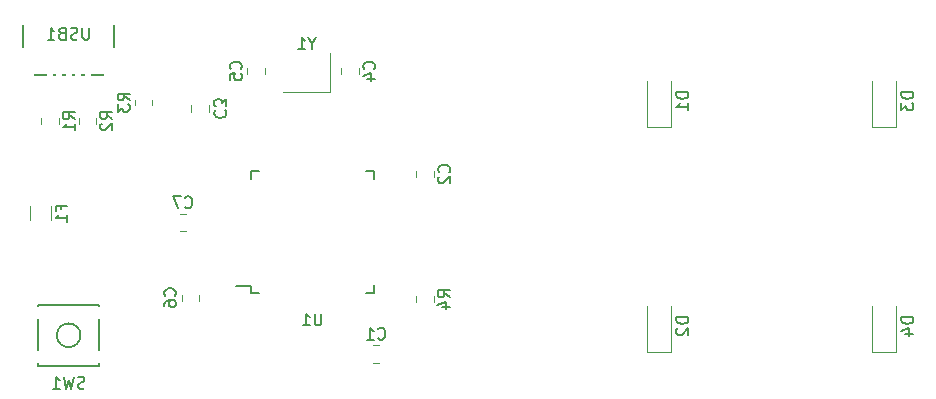
<source format=gbo>
%TF.GenerationSoftware,KiCad,Pcbnew,(5.1.10)-1*%
%TF.CreationDate,2021-09-07T16:31:46+07:00*%
%TF.ProjectId,trialkb,74726961-6c6b-4622-9e6b-696361645f70,rev?*%
%TF.SameCoordinates,Original*%
%TF.FileFunction,Legend,Bot*%
%TF.FilePolarity,Positive*%
%FSLAX46Y46*%
G04 Gerber Fmt 4.6, Leading zero omitted, Abs format (unit mm)*
G04 Created by KiCad (PCBNEW (5.1.10)-1) date 2021-09-07 16:31:46*
%MOMM*%
%LPD*%
G01*
G04 APERTURE LIST*
%ADD10C,0.150000*%
%ADD11C,0.120000*%
%ADD12R,1.800000X1.100000*%
%ADD13C,1.750000*%
%ADD14C,2.250000*%
%ADD15C,3.987800*%
%ADD16R,1.400000X1.200000*%
%ADD17O,1.700000X2.700000*%
%ADD18R,0.500000X2.250000*%
%ADD19R,0.550000X1.500000*%
%ADD20R,1.500000X0.550000*%
%ADD21R,1.200000X0.900000*%
G04 APERTURE END LIST*
D10*
%TO.C,SW1*%
X33556250Y-72806250D02*
X28356250Y-72806250D01*
X28356250Y-72806250D02*
X28356250Y-78006250D01*
X28356250Y-78006250D02*
X33556250Y-78006250D01*
X33556250Y-78006250D02*
X33556250Y-72806250D01*
X31956250Y-75406250D02*
G75*
G03*
X31956250Y-75406250I-1000000J0D01*
G01*
D11*
%TO.C,Y1*%
X53106250Y-54831250D02*
X49106250Y-54831250D01*
X53106250Y-51531250D02*
X53106250Y-54831250D01*
D10*
%TO.C,USB1*%
X27106250Y-47887500D02*
X27106250Y-53337500D01*
X34806250Y-47887500D02*
X34806250Y-53337500D01*
X27106250Y-53337500D02*
X34806250Y-53337500D01*
%TO.C,U1*%
X46418750Y-71275000D02*
X45143750Y-71275000D01*
X56768750Y-71850000D02*
X56093750Y-71850000D01*
X56768750Y-61500000D02*
X56093750Y-61500000D01*
X46418750Y-61500000D02*
X47093750Y-61500000D01*
X46418750Y-71850000D02*
X47093750Y-71850000D01*
X46418750Y-61500000D02*
X46418750Y-62175000D01*
X56768750Y-61500000D02*
X56768750Y-62175000D01*
X56768750Y-71850000D02*
X56768750Y-71175000D01*
X46418750Y-71850000D02*
X46418750Y-71275000D01*
D11*
%TO.C,R4*%
X60383750Y-72577064D02*
X60383750Y-72122936D01*
X61853750Y-72577064D02*
X61853750Y-72122936D01*
%TO.C,R3*%
X38041250Y-55454186D02*
X38041250Y-55908314D01*
X36571250Y-55454186D02*
X36571250Y-55908314D01*
%TO.C,R2*%
X31808750Y-57495814D02*
X31808750Y-57041686D01*
X33278750Y-57495814D02*
X33278750Y-57041686D01*
%TO.C,R1*%
X28633750Y-57495814D02*
X28633750Y-57041686D01*
X30103750Y-57495814D02*
X30103750Y-57041686D01*
%TO.C,F1*%
X27665000Y-65689564D02*
X27665000Y-64485436D01*
X29485000Y-65689564D02*
X29485000Y-64485436D01*
%TO.C,D4*%
X101012500Y-76862500D02*
X101012500Y-72962500D01*
X99012500Y-76862500D02*
X99012500Y-72962500D01*
X101012500Y-76862500D02*
X99012500Y-76862500D01*
%TO.C,D3*%
X101012500Y-57812500D02*
X101012500Y-53912500D01*
X99012500Y-57812500D02*
X99012500Y-53912500D01*
X101012500Y-57812500D02*
X99012500Y-57812500D01*
%TO.C,D2*%
X81962500Y-76862500D02*
X81962500Y-72962500D01*
X79962500Y-76862500D02*
X79962500Y-72962500D01*
X81962500Y-76862500D02*
X79962500Y-76862500D01*
%TO.C,D1*%
X81962500Y-57812500D02*
X81962500Y-53912500D01*
X79962500Y-57812500D02*
X79962500Y-53912500D01*
X81962500Y-57812500D02*
X79962500Y-57812500D01*
%TO.C,C7*%
X40898752Y-66616250D02*
X40376248Y-66616250D01*
X40898752Y-65146250D02*
X40376248Y-65146250D01*
%TO.C,C6*%
X42010000Y-71969998D02*
X42010000Y-72492502D01*
X40540000Y-71969998D02*
X40540000Y-72492502D01*
%TO.C,C5*%
X47566250Y-52763748D02*
X47566250Y-53286252D01*
X46096250Y-52763748D02*
X46096250Y-53286252D01*
%TO.C,C4*%
X54033750Y-53286252D02*
X54033750Y-52763748D01*
X55503750Y-53286252D02*
X55503750Y-52763748D01*
%TO.C,C3*%
X42803750Y-56461252D02*
X42803750Y-55938748D01*
X41333750Y-56461252D02*
X41333750Y-55938748D01*
%TO.C,C2*%
X60383750Y-62017502D02*
X60383750Y-61494998D01*
X61853750Y-62017502D02*
X61853750Y-61494998D01*
%TO.C,C1*%
X57255002Y-77728750D02*
X56732498Y-77728750D01*
X57255002Y-76258750D02*
X56732498Y-76258750D01*
%TO.C,SW1*%
D10*
X32289583Y-79875011D02*
X32146726Y-79922630D01*
X31908630Y-79922630D01*
X31813392Y-79875011D01*
X31765773Y-79827392D01*
X31718154Y-79732154D01*
X31718154Y-79636916D01*
X31765773Y-79541678D01*
X31813392Y-79494059D01*
X31908630Y-79446440D01*
X32099107Y-79398821D01*
X32194345Y-79351202D01*
X32241964Y-79303583D01*
X32289583Y-79208345D01*
X32289583Y-79113107D01*
X32241964Y-79017869D01*
X32194345Y-78970250D01*
X32099107Y-78922630D01*
X31861011Y-78922630D01*
X31718154Y-78970250D01*
X31384821Y-78922630D02*
X31146726Y-79922630D01*
X30956250Y-79208345D01*
X30765773Y-79922630D01*
X30527678Y-78922630D01*
X29622916Y-79922630D02*
X30194345Y-79922630D01*
X29908630Y-79922630D02*
X29908630Y-78922630D01*
X30003869Y-79065488D01*
X30099107Y-79160726D01*
X30194345Y-79208345D01*
%TO.C,Y1*%
X51582440Y-50707440D02*
X51582440Y-51183630D01*
X51915773Y-50183630D02*
X51582440Y-50707440D01*
X51249107Y-50183630D01*
X50391964Y-51183630D02*
X50963392Y-51183630D01*
X50677678Y-51183630D02*
X50677678Y-50183630D01*
X50772916Y-50326488D01*
X50868154Y-50421726D01*
X50963392Y-50469345D01*
%TO.C,USB1*%
X32694345Y-49371880D02*
X32694345Y-50181404D01*
X32646726Y-50276642D01*
X32599107Y-50324261D01*
X32503869Y-50371880D01*
X32313392Y-50371880D01*
X32218154Y-50324261D01*
X32170535Y-50276642D01*
X32122916Y-50181404D01*
X32122916Y-49371880D01*
X31694345Y-50324261D02*
X31551488Y-50371880D01*
X31313392Y-50371880D01*
X31218154Y-50324261D01*
X31170535Y-50276642D01*
X31122916Y-50181404D01*
X31122916Y-50086166D01*
X31170535Y-49990928D01*
X31218154Y-49943309D01*
X31313392Y-49895690D01*
X31503869Y-49848071D01*
X31599107Y-49800452D01*
X31646726Y-49752833D01*
X31694345Y-49657595D01*
X31694345Y-49562357D01*
X31646726Y-49467119D01*
X31599107Y-49419500D01*
X31503869Y-49371880D01*
X31265773Y-49371880D01*
X31122916Y-49419500D01*
X30361011Y-49848071D02*
X30218154Y-49895690D01*
X30170535Y-49943309D01*
X30122916Y-50038547D01*
X30122916Y-50181404D01*
X30170535Y-50276642D01*
X30218154Y-50324261D01*
X30313392Y-50371880D01*
X30694345Y-50371880D01*
X30694345Y-49371880D01*
X30361011Y-49371880D01*
X30265773Y-49419500D01*
X30218154Y-49467119D01*
X30170535Y-49562357D01*
X30170535Y-49657595D01*
X30218154Y-49752833D01*
X30265773Y-49800452D01*
X30361011Y-49848071D01*
X30694345Y-49848071D01*
X29170535Y-50371880D02*
X29741964Y-50371880D01*
X29456249Y-50371880D02*
X29456249Y-49371880D01*
X29551488Y-49514738D01*
X29646726Y-49609976D01*
X29741964Y-49657595D01*
%TO.C,U1*%
X52355654Y-73577380D02*
X52355654Y-74386904D01*
X52308035Y-74482142D01*
X52260416Y-74529761D01*
X52165178Y-74577380D01*
X51974702Y-74577380D01*
X51879464Y-74529761D01*
X51831845Y-74482142D01*
X51784226Y-74386904D01*
X51784226Y-73577380D01*
X50784226Y-74577380D02*
X51355654Y-74577380D01*
X51069940Y-74577380D02*
X51069940Y-73577380D01*
X51165178Y-73720238D01*
X51260416Y-73815476D01*
X51355654Y-73863095D01*
%TO.C,R4*%
X63221130Y-72183333D02*
X62744940Y-71850000D01*
X63221130Y-71611904D02*
X62221130Y-71611904D01*
X62221130Y-71992857D01*
X62268750Y-72088095D01*
X62316369Y-72135714D01*
X62411607Y-72183333D01*
X62554464Y-72183333D01*
X62649702Y-72135714D01*
X62697321Y-72088095D01*
X62744940Y-71992857D01*
X62744940Y-71611904D01*
X62554464Y-73040476D02*
X63221130Y-73040476D01*
X62173511Y-72802380D02*
X62887797Y-72564285D01*
X62887797Y-73183333D01*
%TO.C,R3*%
X36108630Y-55514583D02*
X35632440Y-55181250D01*
X36108630Y-54943154D02*
X35108630Y-54943154D01*
X35108630Y-55324107D01*
X35156250Y-55419345D01*
X35203869Y-55466964D01*
X35299107Y-55514583D01*
X35441964Y-55514583D01*
X35537202Y-55466964D01*
X35584821Y-55419345D01*
X35632440Y-55324107D01*
X35632440Y-54943154D01*
X35108630Y-55847916D02*
X35108630Y-56466964D01*
X35489583Y-56133630D01*
X35489583Y-56276488D01*
X35537202Y-56371726D01*
X35584821Y-56419345D01*
X35680059Y-56466964D01*
X35918154Y-56466964D01*
X36013392Y-56419345D01*
X36061011Y-56371726D01*
X36108630Y-56276488D01*
X36108630Y-55990773D01*
X36061011Y-55895535D01*
X36013392Y-55847916D01*
%TO.C,R2*%
X34646130Y-57102083D02*
X34169940Y-56768750D01*
X34646130Y-56530654D02*
X33646130Y-56530654D01*
X33646130Y-56911607D01*
X33693750Y-57006845D01*
X33741369Y-57054464D01*
X33836607Y-57102083D01*
X33979464Y-57102083D01*
X34074702Y-57054464D01*
X34122321Y-57006845D01*
X34169940Y-56911607D01*
X34169940Y-56530654D01*
X33741369Y-57483035D02*
X33693750Y-57530654D01*
X33646130Y-57625892D01*
X33646130Y-57863988D01*
X33693750Y-57959226D01*
X33741369Y-58006845D01*
X33836607Y-58054464D01*
X33931845Y-58054464D01*
X34074702Y-58006845D01*
X34646130Y-57435416D01*
X34646130Y-58054464D01*
%TO.C,R1*%
X31471130Y-57102083D02*
X30994940Y-56768750D01*
X31471130Y-56530654D02*
X30471130Y-56530654D01*
X30471130Y-56911607D01*
X30518750Y-57006845D01*
X30566369Y-57054464D01*
X30661607Y-57102083D01*
X30804464Y-57102083D01*
X30899702Y-57054464D01*
X30947321Y-57006845D01*
X30994940Y-56911607D01*
X30994940Y-56530654D01*
X31471130Y-58054464D02*
X31471130Y-57483035D01*
X31471130Y-57768750D02*
X30471130Y-57768750D01*
X30613988Y-57673511D01*
X30709226Y-57578273D01*
X30756845Y-57483035D01*
%TO.C,F1*%
X30323571Y-64754166D02*
X30323571Y-64420833D01*
X30847380Y-64420833D02*
X29847380Y-64420833D01*
X29847380Y-64897023D01*
X30847380Y-65801785D02*
X30847380Y-65230357D01*
X30847380Y-65516071D02*
X29847380Y-65516071D01*
X29990238Y-65420833D01*
X30085476Y-65325595D01*
X30133095Y-65230357D01*
%TO.C,D4*%
X102464880Y-73874404D02*
X101464880Y-73874404D01*
X101464880Y-74112500D01*
X101512500Y-74255357D01*
X101607738Y-74350595D01*
X101702976Y-74398214D01*
X101893452Y-74445833D01*
X102036309Y-74445833D01*
X102226785Y-74398214D01*
X102322023Y-74350595D01*
X102417261Y-74255357D01*
X102464880Y-74112500D01*
X102464880Y-73874404D01*
X101798214Y-75302976D02*
X102464880Y-75302976D01*
X101417261Y-75064880D02*
X102131547Y-74826785D01*
X102131547Y-75445833D01*
%TO.C,D3*%
X102464880Y-54824404D02*
X101464880Y-54824404D01*
X101464880Y-55062500D01*
X101512500Y-55205357D01*
X101607738Y-55300595D01*
X101702976Y-55348214D01*
X101893452Y-55395833D01*
X102036309Y-55395833D01*
X102226785Y-55348214D01*
X102322023Y-55300595D01*
X102417261Y-55205357D01*
X102464880Y-55062500D01*
X102464880Y-54824404D01*
X101464880Y-55729166D02*
X101464880Y-56348214D01*
X101845833Y-56014880D01*
X101845833Y-56157738D01*
X101893452Y-56252976D01*
X101941071Y-56300595D01*
X102036309Y-56348214D01*
X102274404Y-56348214D01*
X102369642Y-56300595D01*
X102417261Y-56252976D01*
X102464880Y-56157738D01*
X102464880Y-55872023D01*
X102417261Y-55776785D01*
X102369642Y-55729166D01*
%TO.C,D2*%
X83414880Y-73874404D02*
X82414880Y-73874404D01*
X82414880Y-74112500D01*
X82462500Y-74255357D01*
X82557738Y-74350595D01*
X82652976Y-74398214D01*
X82843452Y-74445833D01*
X82986309Y-74445833D01*
X83176785Y-74398214D01*
X83272023Y-74350595D01*
X83367261Y-74255357D01*
X83414880Y-74112500D01*
X83414880Y-73874404D01*
X82510119Y-74826785D02*
X82462500Y-74874404D01*
X82414880Y-74969642D01*
X82414880Y-75207738D01*
X82462500Y-75302976D01*
X82510119Y-75350595D01*
X82605357Y-75398214D01*
X82700595Y-75398214D01*
X82843452Y-75350595D01*
X83414880Y-74779166D01*
X83414880Y-75398214D01*
%TO.C,D1*%
X83414880Y-54824404D02*
X82414880Y-54824404D01*
X82414880Y-55062500D01*
X82462500Y-55205357D01*
X82557738Y-55300595D01*
X82652976Y-55348214D01*
X82843452Y-55395833D01*
X82986309Y-55395833D01*
X83176785Y-55348214D01*
X83272023Y-55300595D01*
X83367261Y-55205357D01*
X83414880Y-55062500D01*
X83414880Y-54824404D01*
X83414880Y-56348214D02*
X83414880Y-55776785D01*
X83414880Y-56062500D02*
X82414880Y-56062500D01*
X82557738Y-55967261D01*
X82652976Y-55872023D01*
X82700595Y-55776785D01*
%TO.C,C7*%
X40804166Y-64558392D02*
X40851785Y-64606011D01*
X40994642Y-64653630D01*
X41089880Y-64653630D01*
X41232738Y-64606011D01*
X41327976Y-64510773D01*
X41375595Y-64415535D01*
X41423214Y-64225059D01*
X41423214Y-64082202D01*
X41375595Y-63891726D01*
X41327976Y-63796488D01*
X41232738Y-63701250D01*
X41089880Y-63653630D01*
X40994642Y-63653630D01*
X40851785Y-63701250D01*
X40804166Y-63748869D01*
X40470833Y-63653630D02*
X39804166Y-63653630D01*
X40232738Y-64653630D01*
%TO.C,C6*%
X39952142Y-72064583D02*
X39999761Y-72016964D01*
X40047380Y-71874107D01*
X40047380Y-71778869D01*
X39999761Y-71636011D01*
X39904523Y-71540773D01*
X39809285Y-71493154D01*
X39618809Y-71445535D01*
X39475952Y-71445535D01*
X39285476Y-71493154D01*
X39190238Y-71540773D01*
X39095000Y-71636011D01*
X39047380Y-71778869D01*
X39047380Y-71874107D01*
X39095000Y-72016964D01*
X39142619Y-72064583D01*
X39047380Y-72921726D02*
X39047380Y-72731250D01*
X39095000Y-72636011D01*
X39142619Y-72588392D01*
X39285476Y-72493154D01*
X39475952Y-72445535D01*
X39856904Y-72445535D01*
X39952142Y-72493154D01*
X39999761Y-72540773D01*
X40047380Y-72636011D01*
X40047380Y-72826488D01*
X39999761Y-72921726D01*
X39952142Y-72969345D01*
X39856904Y-73016964D01*
X39618809Y-73016964D01*
X39523571Y-72969345D01*
X39475952Y-72921726D01*
X39428333Y-72826488D01*
X39428333Y-72636011D01*
X39475952Y-72540773D01*
X39523571Y-72493154D01*
X39618809Y-72445535D01*
%TO.C,C5*%
X45508392Y-52858333D02*
X45556011Y-52810714D01*
X45603630Y-52667857D01*
X45603630Y-52572619D01*
X45556011Y-52429761D01*
X45460773Y-52334523D01*
X45365535Y-52286904D01*
X45175059Y-52239285D01*
X45032202Y-52239285D01*
X44841726Y-52286904D01*
X44746488Y-52334523D01*
X44651250Y-52429761D01*
X44603630Y-52572619D01*
X44603630Y-52667857D01*
X44651250Y-52810714D01*
X44698869Y-52858333D01*
X44603630Y-53763095D02*
X44603630Y-53286904D01*
X45079821Y-53239285D01*
X45032202Y-53286904D01*
X44984583Y-53382142D01*
X44984583Y-53620238D01*
X45032202Y-53715476D01*
X45079821Y-53763095D01*
X45175059Y-53810714D01*
X45413154Y-53810714D01*
X45508392Y-53763095D01*
X45556011Y-53715476D01*
X45603630Y-53620238D01*
X45603630Y-53382142D01*
X45556011Y-53286904D01*
X45508392Y-53239285D01*
%TO.C,C4*%
X56805892Y-52858333D02*
X56853511Y-52810714D01*
X56901130Y-52667857D01*
X56901130Y-52572619D01*
X56853511Y-52429761D01*
X56758273Y-52334523D01*
X56663035Y-52286904D01*
X56472559Y-52239285D01*
X56329702Y-52239285D01*
X56139226Y-52286904D01*
X56043988Y-52334523D01*
X55948750Y-52429761D01*
X55901130Y-52572619D01*
X55901130Y-52667857D01*
X55948750Y-52810714D01*
X55996369Y-52858333D01*
X56234464Y-53715476D02*
X56901130Y-53715476D01*
X55853511Y-53477380D02*
X56567797Y-53239285D01*
X56567797Y-53858333D01*
%TO.C,C3*%
X43391607Y-56366666D02*
X43343988Y-56414285D01*
X43296369Y-56557142D01*
X43296369Y-56652380D01*
X43343988Y-56795238D01*
X43439226Y-56890476D01*
X43534464Y-56938095D01*
X43724940Y-56985714D01*
X43867797Y-56985714D01*
X44058273Y-56938095D01*
X44153511Y-56890476D01*
X44248750Y-56795238D01*
X44296369Y-56652380D01*
X44296369Y-56557142D01*
X44248750Y-56414285D01*
X44201130Y-56366666D01*
X44296369Y-56033333D02*
X44296369Y-55414285D01*
X43915416Y-55747619D01*
X43915416Y-55604761D01*
X43867797Y-55509523D01*
X43820178Y-55461904D01*
X43724940Y-55414285D01*
X43486845Y-55414285D01*
X43391607Y-55461904D01*
X43343988Y-55509523D01*
X43296369Y-55604761D01*
X43296369Y-55890476D01*
X43343988Y-55985714D01*
X43391607Y-56033333D01*
%TO.C,C2*%
X63155892Y-61589583D02*
X63203511Y-61541964D01*
X63251130Y-61399107D01*
X63251130Y-61303869D01*
X63203511Y-61161011D01*
X63108273Y-61065773D01*
X63013035Y-61018154D01*
X62822559Y-60970535D01*
X62679702Y-60970535D01*
X62489226Y-61018154D01*
X62393988Y-61065773D01*
X62298750Y-61161011D01*
X62251130Y-61303869D01*
X62251130Y-61399107D01*
X62298750Y-61541964D01*
X62346369Y-61589583D01*
X62346369Y-61970535D02*
X62298750Y-62018154D01*
X62251130Y-62113392D01*
X62251130Y-62351488D01*
X62298750Y-62446726D01*
X62346369Y-62494345D01*
X62441607Y-62541964D01*
X62536845Y-62541964D01*
X62679702Y-62494345D01*
X63251130Y-61922916D01*
X63251130Y-62541964D01*
%TO.C,C1*%
X57160416Y-75670892D02*
X57208035Y-75718511D01*
X57350892Y-75766130D01*
X57446130Y-75766130D01*
X57588988Y-75718511D01*
X57684226Y-75623273D01*
X57731845Y-75528035D01*
X57779464Y-75337559D01*
X57779464Y-75194702D01*
X57731845Y-75004226D01*
X57684226Y-74908988D01*
X57588988Y-74813750D01*
X57446130Y-74766130D01*
X57350892Y-74766130D01*
X57208035Y-74813750D01*
X57160416Y-74861369D01*
X56208035Y-75766130D02*
X56779464Y-75766130D01*
X56493750Y-75766130D02*
X56493750Y-74766130D01*
X56588988Y-74908988D01*
X56684226Y-75004226D01*
X56779464Y-75051845D01*
%TD*%
%LPC*%
D12*
%TO.C,SW1*%
X34056250Y-77256250D03*
X27856250Y-73556250D03*
X34056250Y-73556250D03*
X27856250Y-77256250D03*
%TD*%
D13*
%TO.C,MX2*%
X78105000Y-74612500D03*
X67945000Y-74612500D03*
D14*
X70525000Y-70612500D03*
D15*
X73025000Y-74612500D03*
G36*
G01*
X68463688Y-72909850D02*
X68463683Y-72909845D01*
G75*
G02*
X68377655Y-71321183I751317J837345D01*
G01*
X69687657Y-69861183D01*
G75*
G02*
X71276319Y-69775155I837345J-751317D01*
G01*
X71276319Y-69775155D01*
G75*
G02*
X71362347Y-71363817I-751317J-837345D01*
G01*
X70052345Y-72823817D01*
G75*
G02*
X68463683Y-72909845I-837345J751317D01*
G01*
G37*
D14*
X75565000Y-69532500D03*
G36*
G01*
X75448483Y-71234895D02*
X75447597Y-71234834D01*
G75*
G02*
X74402666Y-70035097I77403J1122334D01*
G01*
X74442666Y-69455097D01*
G75*
G02*
X75642403Y-68410166I1122334J-77403D01*
G01*
X75642403Y-68410166D01*
G75*
G02*
X76687334Y-69609903I-77403J-1122334D01*
G01*
X76647334Y-70189903D01*
G75*
G02*
X75447597Y-71234834I-1122334J77403D01*
G01*
G37*
%TD*%
D16*
%TO.C,Y1*%
X52206250Y-52331250D03*
X50006250Y-52331250D03*
X50006250Y-54031250D03*
X52206250Y-54031250D03*
%TD*%
D17*
%TO.C,USB1*%
X27306250Y-47887500D03*
X34606250Y-47887500D03*
X34606250Y-52387500D03*
X27306250Y-52387500D03*
D18*
X29356250Y-52387500D03*
X30156250Y-52387500D03*
X30956250Y-52387500D03*
X31756250Y-52387500D03*
X32556250Y-52387500D03*
%TD*%
D19*
%TO.C,U1*%
X47593750Y-72375000D03*
X48393750Y-72375000D03*
X49193750Y-72375000D03*
X49993750Y-72375000D03*
X50793750Y-72375000D03*
X51593750Y-72375000D03*
X52393750Y-72375000D03*
X53193750Y-72375000D03*
X53993750Y-72375000D03*
X54793750Y-72375000D03*
X55593750Y-72375000D03*
D20*
X57293750Y-70675000D03*
X57293750Y-69875000D03*
X57293750Y-69075000D03*
X57293750Y-68275000D03*
X57293750Y-67475000D03*
X57293750Y-66675000D03*
X57293750Y-65875000D03*
X57293750Y-65075000D03*
X57293750Y-64275000D03*
X57293750Y-63475000D03*
X57293750Y-62675000D03*
D19*
X55593750Y-60975000D03*
X54793750Y-60975000D03*
X53993750Y-60975000D03*
X53193750Y-60975000D03*
X52393750Y-60975000D03*
X51593750Y-60975000D03*
X50793750Y-60975000D03*
X49993750Y-60975000D03*
X49193750Y-60975000D03*
X48393750Y-60975000D03*
X47593750Y-60975000D03*
D20*
X45893750Y-62675000D03*
X45893750Y-63475000D03*
X45893750Y-64275000D03*
X45893750Y-65075000D03*
X45893750Y-65875000D03*
X45893750Y-66675000D03*
X45893750Y-67475000D03*
X45893750Y-68275000D03*
X45893750Y-69075000D03*
X45893750Y-69875000D03*
X45893750Y-70675000D03*
%TD*%
%TO.C,R4*%
G36*
G01*
X61568751Y-71950000D02*
X60668749Y-71950000D01*
G75*
G02*
X60418750Y-71700001I0J249999D01*
G01*
X60418750Y-71174999D01*
G75*
G02*
X60668749Y-70925000I249999J0D01*
G01*
X61568751Y-70925000D01*
G75*
G02*
X61818750Y-71174999I0J-249999D01*
G01*
X61818750Y-71700001D01*
G75*
G02*
X61568751Y-71950000I-249999J0D01*
G01*
G37*
G36*
G01*
X61568751Y-73775000D02*
X60668749Y-73775000D01*
G75*
G02*
X60418750Y-73525001I0J249999D01*
G01*
X60418750Y-72999999D01*
G75*
G02*
X60668749Y-72750000I249999J0D01*
G01*
X61568751Y-72750000D01*
G75*
G02*
X61818750Y-72999999I0J-249999D01*
G01*
X61818750Y-73525001D01*
G75*
G02*
X61568751Y-73775000I-249999J0D01*
G01*
G37*
%TD*%
%TO.C,R3*%
G36*
G01*
X36856249Y-56081250D02*
X37756251Y-56081250D01*
G75*
G02*
X38006250Y-56331249I0J-249999D01*
G01*
X38006250Y-56856251D01*
G75*
G02*
X37756251Y-57106250I-249999J0D01*
G01*
X36856249Y-57106250D01*
G75*
G02*
X36606250Y-56856251I0J249999D01*
G01*
X36606250Y-56331249D01*
G75*
G02*
X36856249Y-56081250I249999J0D01*
G01*
G37*
G36*
G01*
X36856249Y-54256250D02*
X37756251Y-54256250D01*
G75*
G02*
X38006250Y-54506249I0J-249999D01*
G01*
X38006250Y-55031251D01*
G75*
G02*
X37756251Y-55281250I-249999J0D01*
G01*
X36856249Y-55281250D01*
G75*
G02*
X36606250Y-55031251I0J249999D01*
G01*
X36606250Y-54506249D01*
G75*
G02*
X36856249Y-54256250I249999J0D01*
G01*
G37*
%TD*%
%TO.C,R2*%
G36*
G01*
X32993751Y-56868750D02*
X32093749Y-56868750D01*
G75*
G02*
X31843750Y-56618751I0J249999D01*
G01*
X31843750Y-56093749D01*
G75*
G02*
X32093749Y-55843750I249999J0D01*
G01*
X32993751Y-55843750D01*
G75*
G02*
X33243750Y-56093749I0J-249999D01*
G01*
X33243750Y-56618751D01*
G75*
G02*
X32993751Y-56868750I-249999J0D01*
G01*
G37*
G36*
G01*
X32993751Y-58693750D02*
X32093749Y-58693750D01*
G75*
G02*
X31843750Y-58443751I0J249999D01*
G01*
X31843750Y-57918749D01*
G75*
G02*
X32093749Y-57668750I249999J0D01*
G01*
X32993751Y-57668750D01*
G75*
G02*
X33243750Y-57918749I0J-249999D01*
G01*
X33243750Y-58443751D01*
G75*
G02*
X32993751Y-58693750I-249999J0D01*
G01*
G37*
%TD*%
%TO.C,R1*%
G36*
G01*
X29818751Y-56868750D02*
X28918749Y-56868750D01*
G75*
G02*
X28668750Y-56618751I0J249999D01*
G01*
X28668750Y-56093749D01*
G75*
G02*
X28918749Y-55843750I249999J0D01*
G01*
X29818751Y-55843750D01*
G75*
G02*
X30068750Y-56093749I0J-249999D01*
G01*
X30068750Y-56618751D01*
G75*
G02*
X29818751Y-56868750I-249999J0D01*
G01*
G37*
G36*
G01*
X29818751Y-58693750D02*
X28918749Y-58693750D01*
G75*
G02*
X28668750Y-58443751I0J249999D01*
G01*
X28668750Y-57918749D01*
G75*
G02*
X28918749Y-57668750I249999J0D01*
G01*
X29818751Y-57668750D01*
G75*
G02*
X30068750Y-57918749I0J-249999D01*
G01*
X30068750Y-58443751D01*
G75*
G02*
X29818751Y-58693750I-249999J0D01*
G01*
G37*
%TD*%
D13*
%TO.C,MX4*%
X97155000Y-74612500D03*
X86995000Y-74612500D03*
D14*
X89575000Y-70612500D03*
D15*
X92075000Y-74612500D03*
G36*
G01*
X87513688Y-72909850D02*
X87513683Y-72909845D01*
G75*
G02*
X87427655Y-71321183I751317J837345D01*
G01*
X88737657Y-69861183D01*
G75*
G02*
X90326319Y-69775155I837345J-751317D01*
G01*
X90326319Y-69775155D01*
G75*
G02*
X90412347Y-71363817I-751317J-837345D01*
G01*
X89102345Y-72823817D01*
G75*
G02*
X87513683Y-72909845I-837345J751317D01*
G01*
G37*
D14*
X94615000Y-69532500D03*
G36*
G01*
X94498483Y-71234895D02*
X94497597Y-71234834D01*
G75*
G02*
X93452666Y-70035097I77403J1122334D01*
G01*
X93492666Y-69455097D01*
G75*
G02*
X94692403Y-68410166I1122334J-77403D01*
G01*
X94692403Y-68410166D01*
G75*
G02*
X95737334Y-69609903I-77403J-1122334D01*
G01*
X95697334Y-70189903D01*
G75*
G02*
X94497597Y-71234834I-1122334J77403D01*
G01*
G37*
%TD*%
D13*
%TO.C,MX3*%
X97155000Y-55562500D03*
X86995000Y-55562500D03*
D14*
X89575000Y-51562500D03*
D15*
X92075000Y-55562500D03*
G36*
G01*
X87513688Y-53859850D02*
X87513683Y-53859845D01*
G75*
G02*
X87427655Y-52271183I751317J837345D01*
G01*
X88737657Y-50811183D01*
G75*
G02*
X90326319Y-50725155I837345J-751317D01*
G01*
X90326319Y-50725155D01*
G75*
G02*
X90412347Y-52313817I-751317J-837345D01*
G01*
X89102345Y-53773817D01*
G75*
G02*
X87513683Y-53859845I-837345J751317D01*
G01*
G37*
D14*
X94615000Y-50482500D03*
G36*
G01*
X94498483Y-52184895D02*
X94497597Y-52184834D01*
G75*
G02*
X93452666Y-50985097I77403J1122334D01*
G01*
X93492666Y-50405097D01*
G75*
G02*
X94692403Y-49360166I1122334J-77403D01*
G01*
X94692403Y-49360166D01*
G75*
G02*
X95737334Y-50559903I-77403J-1122334D01*
G01*
X95697334Y-51139903D01*
G75*
G02*
X94497597Y-52184834I-1122334J77403D01*
G01*
G37*
%TD*%
D13*
%TO.C,MX1*%
X78105000Y-55562500D03*
X67945000Y-55562500D03*
D14*
X70525000Y-51562500D03*
D15*
X73025000Y-55562500D03*
G36*
G01*
X68463688Y-53859850D02*
X68463683Y-53859845D01*
G75*
G02*
X68377655Y-52271183I751317J837345D01*
G01*
X69687657Y-50811183D01*
G75*
G02*
X71276319Y-50725155I837345J-751317D01*
G01*
X71276319Y-50725155D01*
G75*
G02*
X71362347Y-52313817I-751317J-837345D01*
G01*
X70052345Y-53773817D01*
G75*
G02*
X68463683Y-53859845I-837345J751317D01*
G01*
G37*
D14*
X75565000Y-50482500D03*
G36*
G01*
X75448483Y-52184895D02*
X75447597Y-52184834D01*
G75*
G02*
X74402666Y-50985097I77403J1122334D01*
G01*
X74442666Y-50405097D01*
G75*
G02*
X75642403Y-49360166I1122334J-77403D01*
G01*
X75642403Y-49360166D01*
G75*
G02*
X76687334Y-50559903I-77403J-1122334D01*
G01*
X76647334Y-51139903D01*
G75*
G02*
X75447597Y-52184834I-1122334J77403D01*
G01*
G37*
%TD*%
%TO.C,F1*%
G36*
G01*
X29200000Y-64312500D02*
X27950000Y-64312500D01*
G75*
G02*
X27700000Y-64062500I0J250000D01*
G01*
X27700000Y-63312500D01*
G75*
G02*
X27950000Y-63062500I250000J0D01*
G01*
X29200000Y-63062500D01*
G75*
G02*
X29450000Y-63312500I0J-250000D01*
G01*
X29450000Y-64062500D01*
G75*
G02*
X29200000Y-64312500I-250000J0D01*
G01*
G37*
G36*
G01*
X29200000Y-67112500D02*
X27950000Y-67112500D01*
G75*
G02*
X27700000Y-66862500I0J250000D01*
G01*
X27700000Y-66112500D01*
G75*
G02*
X27950000Y-65862500I250000J0D01*
G01*
X29200000Y-65862500D01*
G75*
G02*
X29450000Y-66112500I0J-250000D01*
G01*
X29450000Y-66862500D01*
G75*
G02*
X29200000Y-67112500I-250000J0D01*
G01*
G37*
%TD*%
D21*
%TO.C,D4*%
X100012500Y-72962500D03*
X100012500Y-76262500D03*
%TD*%
%TO.C,D3*%
X100012500Y-53912500D03*
X100012500Y-57212500D03*
%TD*%
%TO.C,D2*%
X80962500Y-72962500D03*
X80962500Y-76262500D03*
%TD*%
%TO.C,D1*%
X80962500Y-53912500D03*
X80962500Y-57212500D03*
%TD*%
%TO.C,C7*%
G36*
G01*
X40187500Y-65406250D02*
X40187500Y-66356250D01*
G75*
G02*
X39937500Y-66606250I-250000J0D01*
G01*
X39437500Y-66606250D01*
G75*
G02*
X39187500Y-66356250I0J250000D01*
G01*
X39187500Y-65406250D01*
G75*
G02*
X39437500Y-65156250I250000J0D01*
G01*
X39937500Y-65156250D01*
G75*
G02*
X40187500Y-65406250I0J-250000D01*
G01*
G37*
G36*
G01*
X42087500Y-65406250D02*
X42087500Y-66356250D01*
G75*
G02*
X41837500Y-66606250I-250000J0D01*
G01*
X41337500Y-66606250D01*
G75*
G02*
X41087500Y-66356250I0J250000D01*
G01*
X41087500Y-65406250D01*
G75*
G02*
X41337500Y-65156250I250000J0D01*
G01*
X41837500Y-65156250D01*
G75*
G02*
X42087500Y-65406250I0J-250000D01*
G01*
G37*
%TD*%
%TO.C,C6*%
G36*
G01*
X40800000Y-72681250D02*
X41750000Y-72681250D01*
G75*
G02*
X42000000Y-72931250I0J-250000D01*
G01*
X42000000Y-73431250D01*
G75*
G02*
X41750000Y-73681250I-250000J0D01*
G01*
X40800000Y-73681250D01*
G75*
G02*
X40550000Y-73431250I0J250000D01*
G01*
X40550000Y-72931250D01*
G75*
G02*
X40800000Y-72681250I250000J0D01*
G01*
G37*
G36*
G01*
X40800000Y-70781250D02*
X41750000Y-70781250D01*
G75*
G02*
X42000000Y-71031250I0J-250000D01*
G01*
X42000000Y-71531250D01*
G75*
G02*
X41750000Y-71781250I-250000J0D01*
G01*
X40800000Y-71781250D01*
G75*
G02*
X40550000Y-71531250I0J250000D01*
G01*
X40550000Y-71031250D01*
G75*
G02*
X40800000Y-70781250I250000J0D01*
G01*
G37*
%TD*%
%TO.C,C5*%
G36*
G01*
X46356250Y-53475000D02*
X47306250Y-53475000D01*
G75*
G02*
X47556250Y-53725000I0J-250000D01*
G01*
X47556250Y-54225000D01*
G75*
G02*
X47306250Y-54475000I-250000J0D01*
G01*
X46356250Y-54475000D01*
G75*
G02*
X46106250Y-54225000I0J250000D01*
G01*
X46106250Y-53725000D01*
G75*
G02*
X46356250Y-53475000I250000J0D01*
G01*
G37*
G36*
G01*
X46356250Y-51575000D02*
X47306250Y-51575000D01*
G75*
G02*
X47556250Y-51825000I0J-250000D01*
G01*
X47556250Y-52325000D01*
G75*
G02*
X47306250Y-52575000I-250000J0D01*
G01*
X46356250Y-52575000D01*
G75*
G02*
X46106250Y-52325000I0J250000D01*
G01*
X46106250Y-51825000D01*
G75*
G02*
X46356250Y-51575000I250000J0D01*
G01*
G37*
%TD*%
%TO.C,C4*%
G36*
G01*
X55243750Y-52575000D02*
X54293750Y-52575000D01*
G75*
G02*
X54043750Y-52325000I0J250000D01*
G01*
X54043750Y-51825000D01*
G75*
G02*
X54293750Y-51575000I250000J0D01*
G01*
X55243750Y-51575000D01*
G75*
G02*
X55493750Y-51825000I0J-250000D01*
G01*
X55493750Y-52325000D01*
G75*
G02*
X55243750Y-52575000I-250000J0D01*
G01*
G37*
G36*
G01*
X55243750Y-54475000D02*
X54293750Y-54475000D01*
G75*
G02*
X54043750Y-54225000I0J250000D01*
G01*
X54043750Y-53725000D01*
G75*
G02*
X54293750Y-53475000I250000J0D01*
G01*
X55243750Y-53475000D01*
G75*
G02*
X55493750Y-53725000I0J-250000D01*
G01*
X55493750Y-54225000D01*
G75*
G02*
X55243750Y-54475000I-250000J0D01*
G01*
G37*
%TD*%
%TO.C,C3*%
G36*
G01*
X42543750Y-57650000D02*
X41593750Y-57650000D01*
G75*
G02*
X41343750Y-57400000I0J250000D01*
G01*
X41343750Y-56900000D01*
G75*
G02*
X41593750Y-56650000I250000J0D01*
G01*
X42543750Y-56650000D01*
G75*
G02*
X42793750Y-56900000I0J-250000D01*
G01*
X42793750Y-57400000D01*
G75*
G02*
X42543750Y-57650000I-250000J0D01*
G01*
G37*
G36*
G01*
X42543750Y-55750000D02*
X41593750Y-55750000D01*
G75*
G02*
X41343750Y-55500000I0J250000D01*
G01*
X41343750Y-55000000D01*
G75*
G02*
X41593750Y-54750000I250000J0D01*
G01*
X42543750Y-54750000D01*
G75*
G02*
X42793750Y-55000000I0J-250000D01*
G01*
X42793750Y-55500000D01*
G75*
G02*
X42543750Y-55750000I-250000J0D01*
G01*
G37*
%TD*%
%TO.C,C2*%
G36*
G01*
X61593750Y-61306250D02*
X60643750Y-61306250D01*
G75*
G02*
X60393750Y-61056250I0J250000D01*
G01*
X60393750Y-60556250D01*
G75*
G02*
X60643750Y-60306250I250000J0D01*
G01*
X61593750Y-60306250D01*
G75*
G02*
X61843750Y-60556250I0J-250000D01*
G01*
X61843750Y-61056250D01*
G75*
G02*
X61593750Y-61306250I-250000J0D01*
G01*
G37*
G36*
G01*
X61593750Y-63206250D02*
X60643750Y-63206250D01*
G75*
G02*
X60393750Y-62956250I0J250000D01*
G01*
X60393750Y-62456250D01*
G75*
G02*
X60643750Y-62206250I250000J0D01*
G01*
X61593750Y-62206250D01*
G75*
G02*
X61843750Y-62456250I0J-250000D01*
G01*
X61843750Y-62956250D01*
G75*
G02*
X61593750Y-63206250I-250000J0D01*
G01*
G37*
%TD*%
%TO.C,C1*%
G36*
G01*
X56543750Y-76518750D02*
X56543750Y-77468750D01*
G75*
G02*
X56293750Y-77718750I-250000J0D01*
G01*
X55793750Y-77718750D01*
G75*
G02*
X55543750Y-77468750I0J250000D01*
G01*
X55543750Y-76518750D01*
G75*
G02*
X55793750Y-76268750I250000J0D01*
G01*
X56293750Y-76268750D01*
G75*
G02*
X56543750Y-76518750I0J-250000D01*
G01*
G37*
G36*
G01*
X58443750Y-76518750D02*
X58443750Y-77468750D01*
G75*
G02*
X58193750Y-77718750I-250000J0D01*
G01*
X57693750Y-77718750D01*
G75*
G02*
X57443750Y-77468750I0J250000D01*
G01*
X57443750Y-76518750D01*
G75*
G02*
X57693750Y-76268750I250000J0D01*
G01*
X58193750Y-76268750D01*
G75*
G02*
X58443750Y-76518750I0J-250000D01*
G01*
G37*
%TD*%
M02*

</source>
